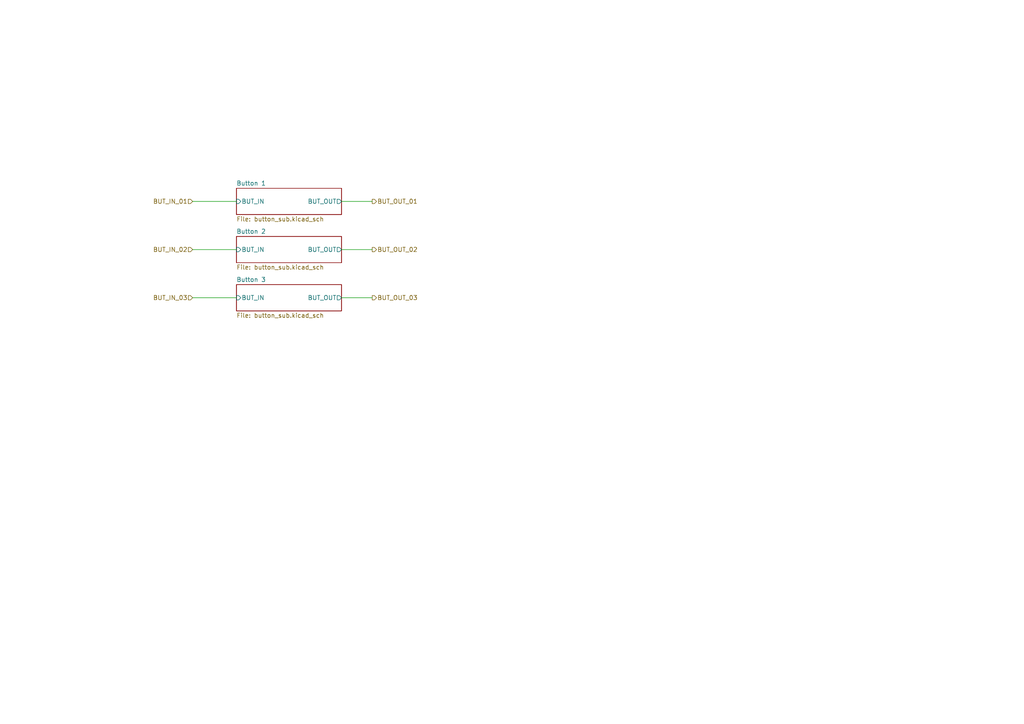
<source format=kicad_sch>
(kicad_sch
	(version 20250114)
	(generator "eeschema")
	(generator_version "9.0")
	(uuid "0fd4232f-dd69-4df7-a35d-3e9d2dd3ea7c")
	(paper "A4")
	(lib_symbols)
	(wire
		(pts
			(xy 55.88 58.42) (xy 68.58 58.42)
		)
		(stroke
			(width 0)
			(type default)
		)
		(uuid "01b4e5fa-a321-4627-923e-36b187af01ab")
	)
	(wire
		(pts
			(xy 55.88 86.36) (xy 68.58 86.36)
		)
		(stroke
			(width 0)
			(type default)
		)
		(uuid "3e6894f3-9f27-4341-9114-26699889946a")
	)
	(wire
		(pts
			(xy 55.88 72.39) (xy 68.58 72.39)
		)
		(stroke
			(width 0)
			(type default)
		)
		(uuid "53d81a35-88c4-4b59-a20b-e60d4f8b5894")
	)
	(wire
		(pts
			(xy 99.06 86.36) (xy 107.95 86.36)
		)
		(stroke
			(width 0)
			(type default)
		)
		(uuid "a0bc742f-ed70-4d94-92b8-61c319826707")
	)
	(wire
		(pts
			(xy 99.06 58.42) (xy 107.95 58.42)
		)
		(stroke
			(width 0)
			(type default)
		)
		(uuid "d1250305-8257-4f92-b39a-63a93bd47999")
	)
	(wire
		(pts
			(xy 99.06 72.39) (xy 107.95 72.39)
		)
		(stroke
			(width 0)
			(type default)
		)
		(uuid "e362e955-ca35-475a-bace-43d698896a6f")
	)
	(hierarchical_label "BUT_IN_02"
		(shape input)
		(at 55.88 72.39 180)
		(effects
			(font
				(size 1.27 1.27)
			)
			(justify right)
		)
		(uuid "336883b3-3df2-4098-b7f1-a52ab809a9cc")
	)
	(hierarchical_label "BUT_OUT_03"
		(shape output)
		(at 107.95 86.36 0)
		(effects
			(font
				(size 1.27 1.27)
			)
			(justify left)
		)
		(uuid "43ab7efb-d8be-4a51-9ffb-0c9a2ba904c5")
	)
	(hierarchical_label "BUT_IN_01"
		(shape input)
		(at 55.88 58.42 180)
		(effects
			(font
				(size 1.27 1.27)
			)
			(justify right)
		)
		(uuid "639cfa2b-9716-40ba-9edc-e845f635aac1")
	)
	(hierarchical_label "BUT_OUT_02"
		(shape output)
		(at 107.95 72.39 0)
		(effects
			(font
				(size 1.27 1.27)
			)
			(justify left)
		)
		(uuid "8bc32d16-5b25-4aaf-b905-0fd23c4b104c")
	)
	(hierarchical_label "BUT_IN_03"
		(shape input)
		(at 55.88 86.36 180)
		(effects
			(font
				(size 1.27 1.27)
			)
			(justify right)
		)
		(uuid "917cb4b8-0cad-46b1-bf4c-5b3779d65f5c")
	)
	(hierarchical_label "BUT_OUT_01"
		(shape output)
		(at 107.95 58.42 0)
		(effects
			(font
				(size 1.27 1.27)
			)
			(justify left)
		)
		(uuid "c6757687-dd75-4b15-ac3c-9e16421be060")
	)
	(sheet
		(at 68.58 68.58)
		(size 30.48 7.62)
		(exclude_from_sim no)
		(in_bom yes)
		(on_board yes)
		(dnp no)
		(fields_autoplaced yes)
		(stroke
			(width 0.1524)
			(type solid)
		)
		(fill
			(color 0 0 0 0.0000)
		)
		(uuid "1b213c25-d2ee-4039-b440-713ca9411fa9")
		(property "Sheetname" "Button 2"
			(at 68.58 67.8684 0)
			(effects
				(font
					(size 1.27 1.27)
				)
				(justify left bottom)
			)
		)
		(property "Sheetfile" "button_sub.kicad_sch"
			(at 68.58 76.7846 0)
			(effects
				(font
					(size 1.27 1.27)
				)
				(justify left top)
			)
		)
		(pin "BUT_IN" input
			(at 68.58 72.39 180)
			(uuid "1096d809-aeaa-4b42-b6a1-0c1223dc1b43")
			(effects
				(font
					(size 1.27 1.27)
				)
				(justify left)
			)
		)
		(pin "BUT_OUT" output
			(at 99.06 72.39 0)
			(uuid "34f464aa-b8d0-4a13-89ed-52d956046a1f")
			(effects
				(font
					(size 1.27 1.27)
				)
				(justify right)
			)
		)
		(instances
			(project "stopnu-hardware"
				(path "/4ab90003-ea4c-4878-8117-f834ac24f8d9/2279bf67-9a91-44f0-b5c7-36e7b6560aca"
					(page "2")
				)
			)
		)
	)
	(sheet
		(at 68.58 82.55)
		(size 30.48 7.62)
		(exclude_from_sim no)
		(in_bom yes)
		(on_board yes)
		(dnp no)
		(fields_autoplaced yes)
		(stroke
			(width 0.1524)
			(type solid)
		)
		(fill
			(color 0 0 0 0.0000)
		)
		(uuid "966e223a-98da-4719-87d2-fe9fc7de1219")
		(property "Sheetname" "Button 3"
			(at 68.58 81.8384 0)
			(effects
				(font
					(size 1.27 1.27)
				)
				(justify left bottom)
			)
		)
		(property "Sheetfile" "button_sub.kicad_sch"
			(at 68.58 90.7546 0)
			(effects
				(font
					(size 1.27 1.27)
				)
				(justify left top)
			)
		)
		(pin "BUT_IN" input
			(at 68.58 86.36 180)
			(uuid "af4216ed-8e60-4aa4-bae3-7b541856dd57")
			(effects
				(font
					(size 1.27 1.27)
				)
				(justify left)
			)
		)
		(pin "BUT_OUT" output
			(at 99.06 86.36 0)
			(uuid "0b587c9f-38c1-4bf9-93bb-b0964b437abe")
			(effects
				(font
					(size 1.27 1.27)
				)
				(justify right)
			)
		)
		(instances
			(project "stopnu-hardware"
				(path "/4ab90003-ea4c-4878-8117-f834ac24f8d9/2279bf67-9a91-44f0-b5c7-36e7b6560aca"
					(page "4")
				)
			)
		)
	)
	(sheet
		(at 68.58 54.61)
		(size 30.48 7.62)
		(exclude_from_sim no)
		(in_bom yes)
		(on_board yes)
		(dnp no)
		(fields_autoplaced yes)
		(stroke
			(width 0.1524)
			(type solid)
		)
		(fill
			(color 0 0 0 0.0000)
		)
		(uuid "fcd7be72-9c9e-4717-8056-7ec02dc0e81d")
		(property "Sheetname" "Button 1"
			(at 68.58 53.8984 0)
			(effects
				(font
					(size 1.27 1.27)
				)
				(justify left bottom)
			)
		)
		(property "Sheetfile" "button_sub.kicad_sch"
			(at 68.58 62.8146 0)
			(effects
				(font
					(size 1.27 1.27)
				)
				(justify left top)
			)
		)
		(pin "BUT_IN" input
			(at 68.58 58.42 180)
			(uuid "77ce3933-55a1-4059-a535-f206598cddd6")
			(effects
				(font
					(size 1.27 1.27)
				)
				(justify left)
			)
		)
		(pin "BUT_OUT" output
			(at 99.06 58.42 0)
			(uuid "3cff3134-ba0a-4413-bcba-d82efe7e2dc0")
			(effects
				(font
					(size 1.27 1.27)
				)
				(justify right)
			)
		)
		(instances
			(project "stopnu-hardware"
				(path "/4ab90003-ea4c-4878-8117-f834ac24f8d9/2279bf67-9a91-44f0-b5c7-36e7b6560aca"
					(page "7")
				)
			)
		)
	)
)

</source>
